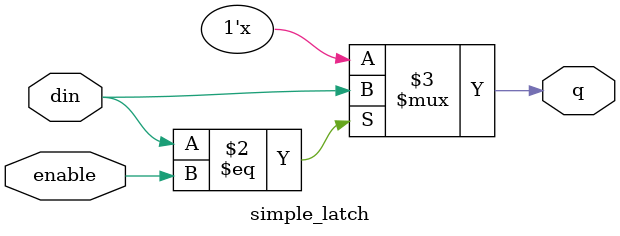
<source format=v>
module simple_latch (
    input din,enable,
    output reg q
);
    always @(*) begin
        if (din == enable) begin
            q <= din;
        end
    end
endmodule
</source>
